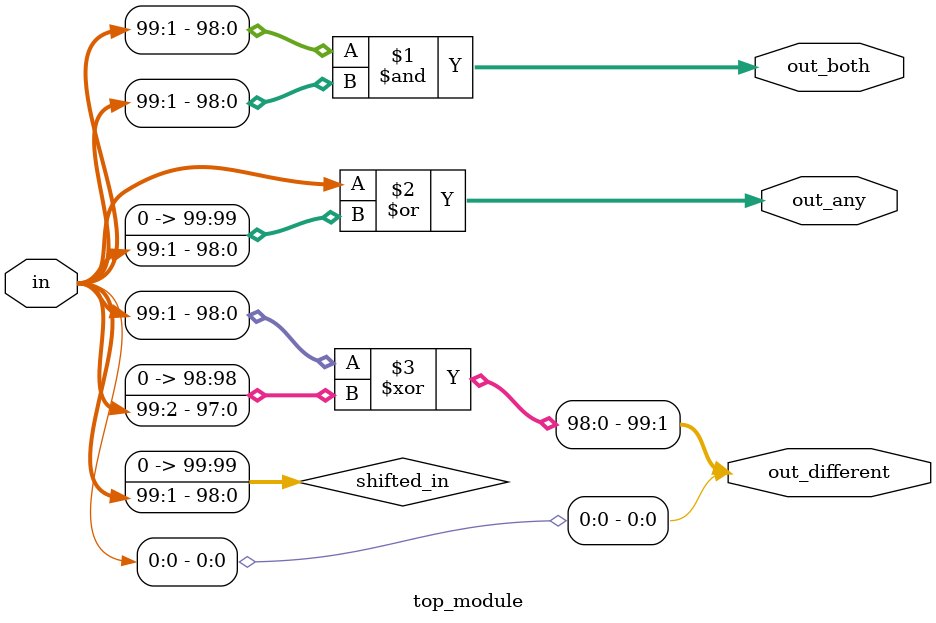
<source format=sv>
module top_module (
	input [99:0] in,
	output [98:0] out_both,
	output [99:0] out_any,
	output [99:0] out_different
);
    // Shift the input by one bit to the right
    wire [99:0] shifted_in = {1'b0, in[99:1]};
   
    // Generate the out_both signal (99-bit result of bit-wise AND operation)
    assign out_both = in[99:1] & shifted_in[98:0];

    // Generate the out_any signal (100-bit result of bit-wise OR operation)
    assign out_any = in | shifted_in;

    // Generate the out_different signal (100-bit result of bit-wise XOR operation)
    assign out_different[99:1] = in[99:1] ^ shifted_in[99:1];
    assign out_different[0] = in[0] ^ shifted_in[99];

endmodule

</source>
